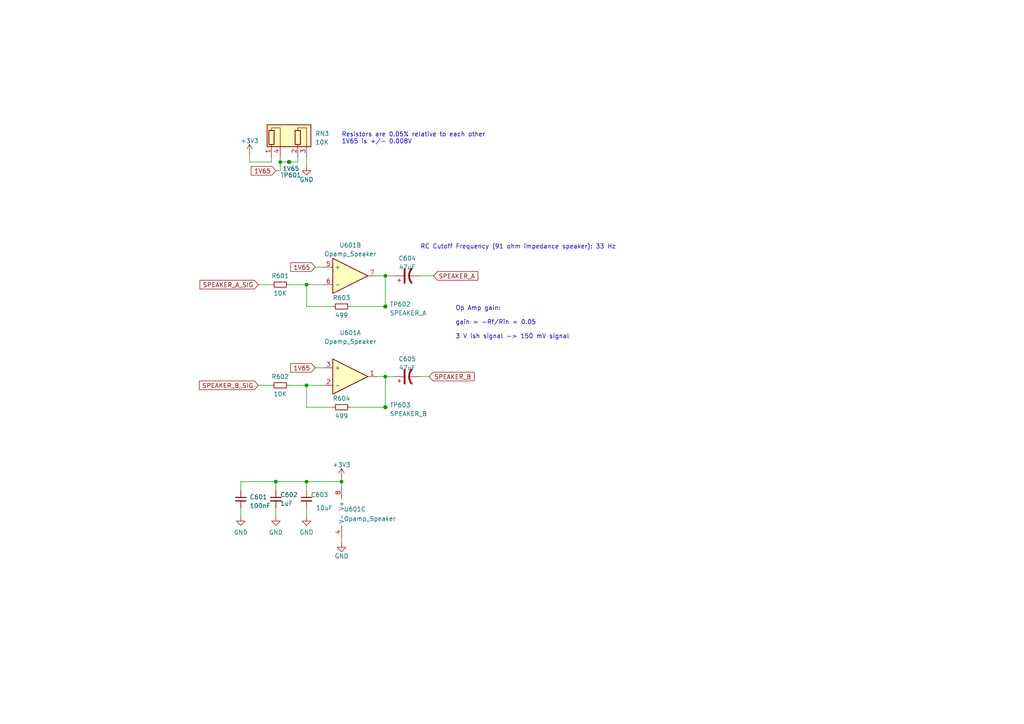
<source format=kicad_sch>
(kicad_sch (version 20230121) (generator eeschema)
  (paper "A4")
  (lib_symbols
    (symbol "Connector:TestPoint_Small" (pin_numbers hide) (pin_names (offset 0.762) hide)
      (property "Reference" "TP" (at 0 3.81 0))
      (property "Value" "TestPoint_Small" (at 0 2.032 0))
      (symbol "TestPoint_Small_0_1"
        (circle (center 0 0) (radius 0.508))
      )
      (symbol "TestPoint_Small_1_1"
        (pin passive line (at 0 0 90) (length 0) (name "1") (number "1"))
      )
    )
    (symbol "Device:C_Polarized_US" (pin_numbers hide) (pin_names (offset 0.254) hide)
      (property "Reference" "C" (at 0.635 2.54 0))
      (property "Value" "C_Polarized_US" (at 0.635 -2.54 0))
      (symbol "C_Polarized_US_0_1"
        (polyline (pts (xy -2.032 0.762) (xy 2.032 0.762)) (stroke (width 0.508)))
        (polyline (pts (xy -1.778 2.286) (xy -0.762 2.286)))
        (polyline (pts (xy -1.27 1.778) (xy -1.27 2.794)))
        (arc (start 2.032 -1.27) (mid 0 -0.5572) (end -2.032 -1.27) (stroke (width 0.508)))
      )
      (symbol "C_Polarized_US_1_1"
        (pin passive line (at 0 3.81 270) (length 2.794) (name "~") (number "1"))
        (pin passive line (at 0 -3.81 90) (length 3.302) (name "~") (number "2"))
      )
    )
    (symbol "Device:C_Small" (pin_numbers hide) (pin_names (offset 0.254) hide)
      (property "Reference" "C" (at 0.254 1.778 0))
      (property "Value" "C_Small" (at 0.254 -2.032 0))
      (symbol "C_Small_0_1"
        (polyline (pts (xy -1.524 -0.508) (xy 1.524 -0.508)) (stroke (width 0.3302)))
        (polyline (pts (xy -1.524 0.508) (xy 1.524 0.508)) (stroke (width 0.3048)))
      )
      (symbol "C_Small_1_1"
        (pin passive line (at 0 2.54 270) (length 2.032) (name "~") (number "1"))
        (pin passive line (at 0 -2.54 90) (length 2.032) (name "~") (number "2"))
      )
    )
    (symbol "Device:Opamp_Dual"
      (property "Reference" "U" (at 0 5.08 0))
      (property "Value" "Opamp_Dual" (at 0 -5.08 0))
      (symbol "Opamp_Dual_1_1"
        (polyline (pts (xy -5.08 5.08) (xy 5.08 0) (xy -5.08 -5.08) (xy -5.08 5.08)) (stroke (width 0.254)) (fill (type background)))
        (pin output line (at 7.62 0 180) (length 2.54) (name "~") (number "1"))
        (pin input line (at -7.62 -2.54 0) (length 2.54) (name "-") (number "2"))
        (pin input line (at -7.62 2.54 0) (length 2.54) (name "+") (number "3"))
      )
      (symbol "Opamp_Dual_2_1"
        (polyline (pts (xy -5.08 5.08) (xy 5.08 0) (xy -5.08 -5.08) (xy -5.08 5.08)) (stroke (width 0.254)) (fill (type background)))
        (pin input line (at -7.62 2.54 0) (length 2.54) (name "+") (number "5"))
        (pin input line (at -7.62 -2.54 0) (length 2.54) (name "-") (number "6"))
        (pin output line (at 7.62 0 180) (length 2.54) (name "~") (number "7"))
      )
      (symbol "Opamp_Dual_3_1"
        (pin power_in line (at -2.54 -7.62 90) (length 3.81) (name "V-") (number "4"))
        (pin power_in line (at -2.54 7.62 270) (length 3.81) (name "V+") (number "8"))
      )
    )
    (symbol "Device:R_Small" (pin_numbers hide) (pin_names (offset 0.254) hide)
      (property "Reference" "R" (at 0.762 0.508 0))
      (property "Value" "R_Small" (at 0.762 -1.016 0))
      (symbol "R_Small_0_1"
        (rectangle (start -0.762 1.778) (end 0.762 -1.778) (stroke (width 0.2032)))
      )
      (symbol "R_Small_1_1"
        (pin passive line (at 0 2.54 270) (length 0.762) (name "~") (number "1"))
        (pin passive line (at 0 -2.54 90) (length 0.762) (name "~") (number "2"))
      )
    )
    (symbol "ade_oae:ACAS_0606_AT" (pin_names (offset 0) hide)
      (property "Reference" "RN" (at -7.62 0 90))
      (property "Value" "ACAS_0606_AT" (at 7.62 0 90))
      (symbol "ACAS_0606_AT_0_1"
        (rectangle (start -6.35 4.445) (end 6.35 -1.905) (stroke (width 0.254)) (fill (type background)))
        (rectangle (start -5.842 2.794) (end -4.318 -1.27) (stroke (width 0.254)))
        (polyline (pts (xy -5.08 2.794) (xy -5.08 3.556) (xy -2.54 3.556) (xy -2.54 -1.27)))
        (polyline (pts (xy 2.54 2.794) (xy 2.54 3.556) (xy 5.08 3.556) (xy 5.08 -1.27)))
        (rectangle (start 1.778 2.794) (end 3.302 -1.27) (stroke (width 0.254)))
      )
      (symbol "ACAS_0606_AT_1_1"
        (pin passive line (at -5.08 -5.08 90) (length 3.81) (name "R1.1") (number "1"))
        (pin passive line (at 2.54 -5.08 90) (length 3.81) (name "R2.1") (number "2"))
        (pin passive line (at 5.08 -5.08 90) (length 3.81) (name "R2.2") (number "3"))
        (pin passive line (at -2.54 -5.08 90) (length 3.81) (name "R1.2") (number "4"))
      )
    )
    (symbol "power:+3V3" (power) (pin_names (offset 0))
      (property "Value" "+3V3" (at 0 3.556 0))
      (symbol "+3V3_0_1"
        (polyline (pts (xy -0.762 1.27) (xy 0 2.54)))
        (polyline (pts (xy 0 0) (xy 0 2.54)))
        (polyline (pts (xy 0 2.54) (xy 0.762 1.27)))
      )
      (symbol "+3V3_1_1"
        (pin power_in line (at 0 0 90) (length 0) hide (name "+3V3") (number "1"))
      )
    )
    (symbol "power:GND" (power) (pin_names (offset 0))
      (property "Value" "GND" (at 0 -3.81 0))
      (symbol "GND_0_1"
        (polyline (pts (xy 0 0) (xy 0 -1.27) (xy 1.27 -1.27) (xy 0 -2.54) (xy -1.27 -1.27) (xy 0 -1.27)))
      )
      (symbol "GND_1_1"
        (pin power_in line (at 0 0 270) (length 0) hide (name "GND") (number "1"))
      )
    )
  )
  (junction (at 111.76 118.11))
  (junction (at 88.9 82.55))
  (junction (at 111.76 109.22))
  (junction (at 111.76 88.9))
  (junction (at 83.82 46.99))
  (junction (at 99.06 139.7))
  (junction (at 81.28 46.99))
  (junction (at 88.9 139.7))
  (junction (at 88.9 111.76))
  (junction (at 80.01 139.7))
  (junction (at 111.76 80.01))
  (wire (pts (xy 111.76 88.9) (xy 111.76 80.01)))
  (wire (pts (xy 88.9 111.76) (xy 93.98 111.76)))
  (wire (pts (xy 88.9 118.11) (xy 88.9 111.76)))
  (wire (pts (xy 83.82 46.99) (xy 86.36 46.99)))
  (wire (pts (xy 81.28 46.99) (xy 81.28 45.72)))
  (wire (pts (xy 121.92 80.01) (xy 125.73 80.01)))
  (wire (pts (xy 99.06 139.7) (xy 99.06 140.97)))
  (wire (pts (xy 72.39 46.99) (xy 78.74 46.99)))
  (wire (pts (xy 74.93 82.55) (xy 78.74 82.55)))
  (wire (pts (xy 99.06 156.21) (xy 99.06 157.48)))
  (wire (pts (xy 99.06 138.43) (xy 99.06 139.7)))
  (wire (pts (xy 81.28 46.99) (xy 83.82 46.99)))
  (wire (pts (xy 111.76 109.22) (xy 109.22 109.22)))
  (wire (pts (xy 91.44 77.47) (xy 93.98 77.47)))
  (wire (pts (xy 91.44 106.68) (xy 93.98 106.68)))
  (wire (pts (xy 111.76 80.01) (xy 109.22 80.01)))
  (wire (pts (xy 111.76 109.22) (xy 111.76 118.11)))
  (wire (pts (xy 96.52 118.11) (xy 88.9 118.11)))
  (wire (pts (xy 86.36 46.99) (xy 86.36 45.72)))
  (wire (pts (xy 78.74 46.99) (xy 78.74 45.72)))
  (wire (pts (xy 111.76 80.01) (xy 114.3 80.01)))
  (wire (pts (xy 101.6 88.9) (xy 111.76 88.9)))
  (wire (pts (xy 69.85 147.32) (xy 69.85 149.86)))
  (wire (pts (xy 80.01 49.53) (xy 81.28 49.53)))
  (wire (pts (xy 88.9 147.32) (xy 88.9 149.86)))
  (wire (pts (xy 111.76 109.22) (xy 114.3 109.22)))
  (wire (pts (xy 69.85 139.7) (xy 80.01 139.7)))
  (wire (pts (xy 96.52 88.9) (xy 88.9 88.9)))
  (wire (pts (xy 80.01 147.32) (xy 80.01 149.86)))
  (wire (pts (xy 74.93 111.76) (xy 78.74 111.76)))
  (wire (pts (xy 88.9 139.7) (xy 88.9 142.24)))
  (wire (pts (xy 88.9 139.7) (xy 99.06 139.7)))
  (wire (pts (xy 83.82 111.76) (xy 88.9 111.76)))
  (wire (pts (xy 101.6 118.11) (xy 111.76 118.11)))
  (wire (pts (xy 83.82 82.55) (xy 88.9 82.55)))
  (wire (pts (xy 80.01 139.7) (xy 88.9 139.7)))
  (wire (pts (xy 121.92 109.22) (xy 124.46 109.22)))
  (wire (pts (xy 69.85 142.24) (xy 69.85 139.7)))
  (wire (pts (xy 81.28 49.53) (xy 81.28 46.99)))
  (wire (pts (xy 80.01 142.24) (xy 80.01 139.7)))
  (wire (pts (xy 88.9 88.9) (xy 88.9 82.55)))
  (wire (pts (xy 88.9 82.55) (xy 93.98 82.55)))
  (wire (pts (xy 88.9 45.72) (xy 88.9 48.26)))
  (wire (pts (xy 72.39 44.45) (xy 72.39 46.99)))
  (text "Op Amp gain:\n\ngain = -Rf/Rin = 0.05\n\n3 V ish signal -> 150 mV signal \n" (at 132.08 98.425 0) (effects (font (size 1.27 1.27)) (justify left bottom)))
  (text "Resistors are 0.05% relative to each other\n1V65 is +/- 0.008V" (at 99.06 41.91 0) (effects (font (size 1.27 1.27)) (justify left bottom)))
  (text "RC Cutoff Frequency (91 ohm impedance speaker): 33 Hz" (at 121.92 72.39 0) (effects (font (size 1.27 1.27)) (justify left bottom)))
  (global_label "SPEAKER_A" (shape input) (at 125.73 80.01 0) (property "Intersheetrefs" "${INTERSHEET_REFS}" (effects hide)))
  (global_label "1V65" (shape input) (at 91.44 106.68 180) (property "Intersheetrefs" "${INTERSHEET_REFS}" (effects hide)))
  (global_label "SPEAKER_A_SIG" (shape input) (at 74.93 82.55 180) (property "Intersheetrefs" "${INTERSHEET_REFS}" (effects hide)))
  (global_label "1V65" (shape input) (at 80.01 49.53 180) (property "Intersheetrefs" "${INTERSHEET_REFS}" (effects hide)))
  (global_label "SPEAKER_B" (shape input) (at 124.46 109.22 0) (property "Intersheetrefs" "${INTERSHEET_REFS}" (effects hide)))
  (global_label "1V65" (shape input) (at 91.44 77.47 180) (property "Intersheetrefs" "${INTERSHEET_REFS}" (effects hide)))
  (global_label "SPEAKER_B_SIG" (shape input) (at 74.93 111.76 180) (property "Intersheetrefs" "${INTERSHEET_REFS}" (effects hide)))
  (symbol (lib_id "power:GND") (at 80.01 149.86 0) (unit 1)
    (property "Reference" "#PWR0603" (effects hide))
    (property "Value" "GND" (at 80.01 154.4225 0))
  )
  (symbol (lib_id "ade_oae:ACAS_0606_AT") (at 83.82 40.64 0) (unit 1)
    (property "Reference" "RN3" (at 91.44 38.735 0) (effects (justify left)))
    (property "Value" "10K" (at 91.44 41.275 0) (effects (justify left)))
    (property "Footprint" "Resistor_SMD:R_Array_Convex_2x0603" (effects hide))
    (property "Datasheet" "https://www.vishay.com/docs/28770/acasat.pdf" (effects hide))
  )
  (symbol (lib_id "Connector:TestPoint_Small") (at 111.76 88.9 0) (unit 1)
    (property "Reference" "TP602" (at 113.03 88.265 0) (effects (justify left)))
    (property "Value" "SPEAKER_A" (at 113.03 90.805 0) (effects (justify left)))
    (property "Footprint" "TestPoint:TestPoint_Pad_D2.5mm" (effects hide))
  )
  (symbol (lib_id "Device:R_Small") (at 81.28 111.76 90) (unit 1)
    (property "Reference" "R602" (at 81.28 109.22 90))
    (property "Value" "10K" (at 81.28 114.3 90))
    (property "Footprint" "Resistor_SMD:R_0603_1608Metric_Pad0.98x0.95mm_HandSolder" (effects hide))
  )
  (symbol (lib_id "Device:C_Small") (at 80.01 144.78 0) (unit 1)
    (property "Reference" "C602" (at 81.28 143.51 0) (effects (justify left)))
    (property "Value" "1uF" (at 81.28 146.05 0) (effects (justify left)))
    (property "Footprint" "Capacitor_SMD:C_0603_1608Metric" (effects hide))
  )
  (symbol (lib_id "power:+3V3") (at 72.39 44.45 0) (unit 1)
    (property "Reference" "#PWR0602" (effects hide))
    (property "Value" "+3V3" (at 72.39 40.8455 0))
  )
  (symbol (lib_id "Device:R_Small") (at 81.28 82.55 90) (unit 1)
    (property "Reference" "R601" (at 81.28 80.01 90))
    (property "Value" "10K" (at 81.28 85.09 90))
    (property "Footprint" "Resistor_SMD:R_0603_1608Metric_Pad0.98x0.95mm_HandSolder" (effects hide))
  )
  (symbol (lib_id "Device:C_Small") (at 88.9 144.78 0) (mirror y) (unit 1)
    (property "Reference" "C603" (at 95.25 143.51 0) (effects (justify left)))
    (property "Value" "10uF" (at 96.52 147.32 0) (effects (justify left)))
    (property "Footprint" "Capacitor_SMD:C_0603_1608Metric" (effects hide))
  )
  (symbol (lib_id "Device:C_Polarized_US") (at 118.11 80.01 90) (unit 1)
    (property "Reference" "C604" (at 118.1163 74.93 90))
    (property "Value" "47uF" (at 118.1163 77.47 90))
    (property "Footprint" "Capacitor_SMD:C_0805_2012Metric_Pad1.18x1.45mm_HandSolder" (effects hide))
  )
  (symbol (lib_id "Device:C_Polarized_US") (at 118.11 109.22 90) (unit 1)
    (property "Reference" "C605" (at 118.1163 104.14 90))
    (property "Value" "47uF" (at 118.1163 106.68 90))
    (property "Footprint" "Capacitor_SMD:C_0805_2012Metric_Pad1.18x1.45mm_HandSolder" (effects hide))
  )
  (symbol (lib_id "Connector:TestPoint_Small") (at 83.82 46.99 0) (unit 1)
    (property "Reference" "TP601" (at 81.28 50.8 0) (effects (justify left)))
    (property "Value" "1V65" (at 81.915 48.895 0) (effects (justify left)))
    (property "Footprint" "TestPoint:TestPoint_Pad_D2.5mm" (effects hide))
  )
  (symbol (lib_id "Device:R_Small") (at 99.06 118.11 90) (unit 1)
    (property "Reference" "R604" (at 99.06 115.57 90))
    (property "Value" "499" (at 99.06 120.65 90))
    (property "Footprint" "Resistor_SMD:R_0603_1608Metric_Pad0.98x0.95mm_HandSolder" (effects hide))
  )
  (symbol (lib_id "Device:R_Small") (at 99.06 88.9 90) (unit 1)
    (property "Reference" "R603" (at 99.06 86.36 90))
    (property "Value" "499" (at 99.06 91.44 90))
    (property "Footprint" "Resistor_SMD:R_0603_1608Metric_Pad0.98x0.95mm_HandSolder" (effects hide))
  )
  (symbol (lib_id "Device:Opamp_Dual") (at 101.6 109.22 0) (unit 1)
    (property "Reference" "U601" (at 101.6 96.52 0))
    (property "Value" "Opamp_Speaker" (at 101.6 99.06 0))
    (property "Footprint" "oae_mod:SOIC127P599X175-8N" (effects hide))
    (property "Digikey" "MCP6022-I/SN-ND" (effects hide))
  )
  (symbol (lib_id "power:+3V3") (at 99.06 138.43 0) (unit 1)
    (property "Reference" "#PWR0606" (effects hide))
    (property "Value" "+3V3" (at 99.06 134.8255 0))
  )
  (symbol (lib_id "Device:Opamp_Dual") (at 101.6 148.59 0) (unit 3)
    (property "Reference" "U601" (at 99.695 147.6815 0) (effects (justify left)))
    (property "Value" "Opamp_Speaker" (at 99.695 150.4566 0) (effects (justify left)))
    (property "Footprint" "oae_mod:SOIC127P599X175-8N" (effects hide))
    (property "Digikey" "MCP6022-I/SN-ND" (effects hide))
  )
  (symbol (lib_id "Connector:TestPoint_Small") (at 111.76 118.11 0) (unit 1)
    (property "Reference" "TP603" (at 113.03 117.475 0) (effects (justify left)))
    (property "Value" "SPEAKER_B" (at 113.03 120.015 0) (effects (justify left)))
    (property "Footprint" "TestPoint:TestPoint_Pad_D2.5mm" (effects hide))
  )
  (symbol (lib_id "Device:C_Small") (at 69.85 144.78 0) (unit 1)
    (property "Reference" "C601" (at 72.39 144.1513 0) (effects (justify left)))
    (property "Value" "100nF" (at 72.39 146.6913 0) (effects (justify left)))
    (property "Footprint" "Capacitor_SMD:C_0603_1608Metric" (effects hide))
  )
  (symbol (lib_id "power:GND") (at 99.06 157.48 0) (unit 1)
    (property "Reference" "#PWR0103" (effects hide))
    (property "Value" "GND" (at 99.06 161.29 0))
  )
  (symbol (lib_id "Device:Opamp_Dual") (at 101.6 80.01 0) (unit 2)
    (property "Reference" "U601" (at 101.6 71.12 0))
    (property "Value" "Opamp_Speaker" (at 101.6 73.66 0))
    (property "Footprint" "oae_mod:SOIC127P599X175-8N" (effects hide))
    (property "Digikey" "MCP6022-I/SN-ND" (effects hide))
  )
  (symbol (lib_id "power:GND") (at 88.9 149.86 0) (unit 1)
    (property "Reference" "#PWR0605" (effects hide))
    (property "Value" "GND" (at 88.9 154.4225 0))
  )
  (symbol (lib_id "power:GND") (at 69.85 149.86 0) (unit 1)
    (property "Reference" "#PWR0601" (effects hide))
    (property "Value" "GND" (at 69.85 154.4225 0))
  )
  (symbol (lib_id "power:GND") (at 88.9 48.26 0) (unit 1)
    (property "Reference" "#PWR0104" (effects hide))
    (property "Value" "GND" (at 88.9 52.07 0))
  )
)
</source>
